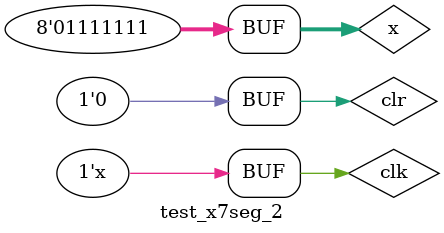
<source format=v>
`timescale 1ns / 1ps


module test_x7seg_2;

	// Inputs
	reg [7:0] x;
	reg clk;
	reg clr;

	// Outputs
	wire [6:0] a_to_g;
	wire [3:0] an;

	// Instantiate the Unit Under Test (UUT)
	x7seg_2 uut (
		.x(x), 
		.clk(clk), 
		.clr(clr), 
		.a_to_g(a_to_g), 
		.an(an)
	);

	initial begin
		// Initialize Inputs
		x = 0;
		clk = 0;
		clr = 1;

		// Wait 100 ns for global reset to finish
		#100;
		clr=0;
		// Add stimulus here
		x='h7F;
	end
	always #10 clk=~clk;     
endmodule


</source>
